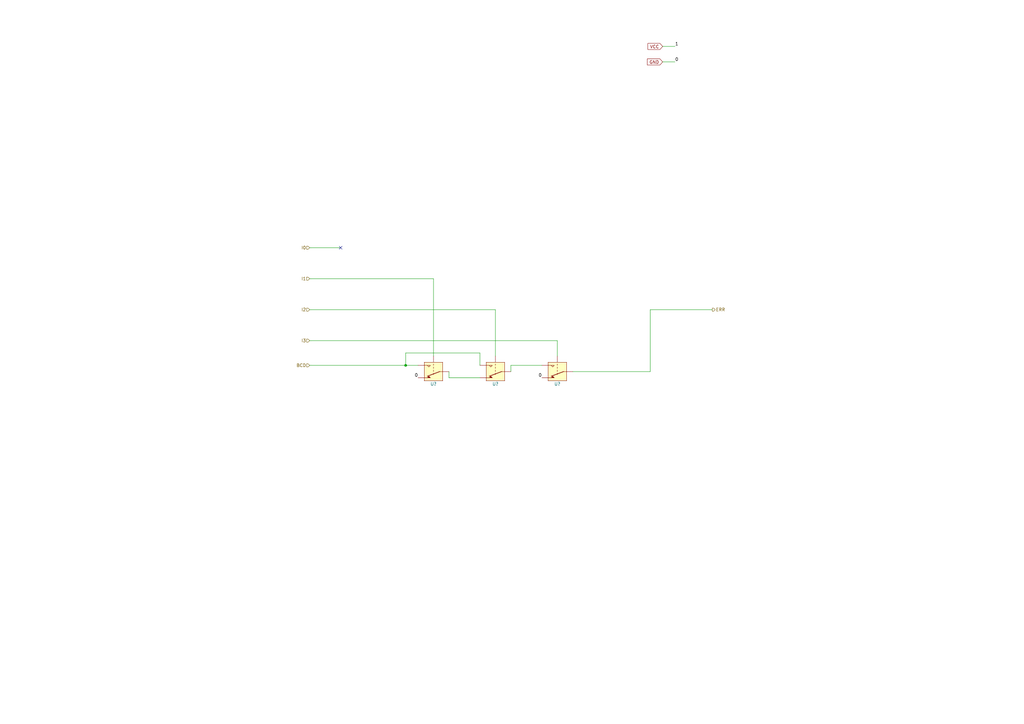
<source format=kicad_sch>
(kicad_sch (version 20230121) (generator eeschema)
  (paper "A3")
  (title_block (title "BCD Error Detection"))
  (lib_symbols
    (symbol "MevaLlibreria:1G3157" (pin_numbers hide)
      (property "Reference" "U" (at 0 -5.08 0))
      (symbol "1G3157_0_0"
        (polyline (pts (xy -3.81 2.54) (xy -1.27 2.54) (xy -1.905 1.905) (xy -2.54 2.54)))
      )
      (symbol "1G3157_0_1"
        (rectangle (start -3.81 3.81) (end 3.81 -3.81) (fill (type background)))
        (polyline (pts (xy 0 -0.635) (xy 0 -1.27)))
        (polyline (pts (xy 0 0.635) (xy 0 0)))
        (polyline (pts (xy 0 1.905) (xy 0 1.27)))
        (polyline (pts (xy 0 3.175) (xy 0 2.54)))
        (polyline (pts (xy 2.54 0) (xy -2.54 -1.905)) (stroke (width 0.254)))
        (polyline (pts (xy 3.81 0) (xy 2.54 0)))
        (polyline (pts (xy -3.81 -2.54) (xy -1.27 -2.54) (xy -1.905 -1.905) (xy -2.54 -2.54)) (fill (type outline)))
      )
      (symbol "1G3157_1_1"
        (pin input line (at -6.35 2.54 0) (length 2.54) (name "~") (number "1"))
        (pin power_in line (at 2.54 -2.54 270) (length 2.54) hide (name "GND") (number "2"))
        (pin input line (at -6.35 -2.54 0) (length 2.54) (name "~") (number "3"))
        (pin output line (at 6.35 0 180) (length 2.54) (name "~") (number "4"))
        (pin power_in line (at 2.54 2.54 90) (length 2.54) hide (name "VCC") (number "5"))
        (pin input line (at 0 6.35 270) (length 2.54) (name "~") (number "6"))
      )
    )
  )
  (junction (at 166.37 149.86))
  (no_connect (at 139.7 101.6))
  (wire (pts (xy 177.8 114.3) (xy 177.8 146.05)))
  (wire (pts (xy 127 114.3) (xy 177.8 114.3)))
  (wire (pts (xy 166.37 144.78) (xy 166.37 149.86)))
  (wire (pts (xy 196.85 144.78) (xy 166.37 144.78)))
  (wire (pts (xy 209.55 149.86) (xy 222.25 149.86)))
  (wire (pts (xy 184.15 152.4) (xy 184.15 154.94)))
  (wire (pts (xy 127 127) (xy 203.2 127)))
  (wire (pts (xy 228.6 139.7) (xy 228.6 146.05)))
  (wire (pts (xy 276.86 19.05) (xy 271.78 19.05)))
  (wire (pts (xy 127 139.7) (xy 228.6 139.7)))
  (wire (pts (xy 184.15 154.94) (xy 196.85 154.94)))
  (wire (pts (xy 234.95 152.4) (xy 266.7 152.4)))
  (wire (pts (xy 127 101.6) (xy 139.7 101.6)))
  (wire (pts (xy 127 149.86) (xy 166.37 149.86)))
  (wire (pts (xy 196.85 149.86) (xy 196.85 144.78)))
  (wire (pts (xy 209.55 152.4) (xy 209.55 149.86)))
  (wire (pts (xy 166.37 149.86) (xy 171.45 149.86)))
  (wire (pts (xy 203.2 127) (xy 203.2 146.05)))
  (wire (pts (xy 266.7 127) (xy 292.1 127)))
  (wire (pts (xy 276.86 25.4) (xy 271.78 25.4)))
  (wire (pts (xy 266.7 152.4) (xy 266.7 127)))
  (label "0" (at 222.25 154.94 180))
  (label "0" (at 171.45 154.94 180))
  (label "0" (at 276.86 25.4 0))
  (label "1" (at 276.86 19.05 0))
  (global_label "VCC" (shape input) (at 271.78 19.05 180) (property "Intersheetrefs" "${INTERSHEET_REFS}" (effects hide)))
  (global_label "GND" (shape input) (at 271.78 25.4 180) (property "Intersheetrefs" "${INTERSHEET_REFS}" (effects hide)))
  (hierarchical_label "ERR" (shape output) (at 292.1 127 0))
  (hierarchical_label "BCD" (shape input) (at 127 149.86 180))
  (hierarchical_label "I1" (shape input) (at 127 114.3 180))
  (hierarchical_label "I2" (shape input) (at 127 127 180))
  (hierarchical_label "I0" (shape input) (at 127 101.6 180))
  (hierarchical_label "I3" (shape input) (at 127 139.7 180))
  (symbol (lib_id "MevaLlibreria:1G3157") (at 177.8 152.4 0) (unit 1)
    (property "Reference" "U?" (at 177.8 157.48 0))
    (property "Value" "1G3157" (effects hide))
    (property "Footprint" "Package_TO_SOT_SMD:SOT-23-6" (effects hide))
    (property "Datasheet" "https://www.ti.com/lit/ds/symlink/sn74lvc1g3157.pdf" (effects hide))
    (property "Sim.Name" "74LVC1G3157" (effects hide))
    (property "Sim.Library" "../SpiceModelsGlobal/AnalogSPDT.txt" (effects hide))
    (property "Sim.Device" "SUBCKT" (effects hide))
    (property "Sim.Pins" "1=1 3=3 4=4 5=5 6=6" (effects hide))
    (property "Manufacturer" "Texas Instruments" (effects hide))
    (property "Part Number" "SN74LVC1G3157DBVR" (effects hide))
    (instances (project "MiniCalc_A" (path "" (reference "U?") (unit 1)) (path "" (reference "U?") (unit 1)) (path "" (reference "U?") (unit 1)) (path "" (reference "U?") (unit 1)) (path "" (reference "U?") (unit 1)) (path "" (reference "U22") (unit 1)) (path "" (reference "U25") (unit 1))) (project "MiniCalc_X" (path "" (reference "U?") (unit 1)) (path "" (reference "U?") (unit 1)) (path "" (reference "U?") (unit 1)) (path "" (reference "U?") (unit 1))))
  )
  (symbol (lib_id "MevaLlibreria:1G3157") (at 228.6 152.4 0) (unit 1)
    (property "Reference" "U?" (at 228.6 157.48 0))
    (property "Value" "1G3157" (effects hide))
    (property "Footprint" "Package_TO_SOT_SMD:SOT-23-6" (effects hide))
    (property "Datasheet" "https://www.ti.com/lit/ds/symlink/sn74lvc1g3157.pdf" (effects hide))
    (property "Sim.Name" "74LVC1G3157" (effects hide))
    (property "Sim.Library" "../SpiceModelsGlobal/AnalogSPDT.txt" (effects hide))
    (property "Sim.Device" "SUBCKT" (effects hide))
    (property "Sim.Pins" "1=1 3=3 4=4 5=5 6=6" (effects hide))
    (property "Manufacturer" "Texas Instruments" (effects hide))
    (property "Part Number" "SN74LVC1G3157DBVR" (effects hide))
    (instances (project "MiniCalc_A" (path "" (reference "U?") (unit 1)) (path "" (reference "U?") (unit 1)) (path "" (reference "U?") (unit 1)) (path "" (reference "U?") (unit 1)) (path "" (reference "U?") (unit 1)) (path "" (reference "U24") (unit 1)) (path "" (reference "U27") (unit 1))) (project "MiniCalc_X" (path "" (reference "U?") (unit 1)) (path "" (reference "U?") (unit 1)) (path "" (reference "U?") (unit 1)) (path "" (reference "U?") (unit 1))))
  )
  (symbol (lib_id "MevaLlibreria:1G3157") (at 203.2 152.4 0) (unit 1)
    (property "Reference" "U?" (at 203.2 157.48 0))
    (property "Value" "1G3157" (effects hide))
    (property "Footprint" "Package_TO_SOT_SMD:SOT-23-6" (effects hide))
    (property "Datasheet" "https://www.ti.com/lit/ds/symlink/sn74lvc1g3157.pdf" (effects hide))
    (property "Sim.Name" "74LVC1G3157" (effects hide))
    (property "Sim.Library" "../SpiceModelsGlobal/AnalogSPDT.txt" (effects hide))
    (property "Sim.Device" "SUBCKT" (effects hide))
    (property "Sim.Pins" "1=1 3=3 4=4 5=5 6=6" (effects hide))
    (property "Manufacturer" "Texas Instruments" (effects hide))
    (property "Part Number" "SN74LVC1G3157DBVR" (effects hide))
    (instances (project "MiniCalc_A" (path "" (reference "U?") (unit 1)) (path "" (reference "U?") (unit 1)) (path "" (reference "U?") (unit 1)) (path "" (reference "U?") (unit 1)) (path "" (reference "U?") (unit 1)) (path "" (reference "U23") (unit 1)) (path "" (reference "U26") (unit 1))) (project "MiniCalc_X" (path "" (reference "U?") (unit 1)) (path "" (reference "U?") (unit 1)) (path "" (reference "U?") (unit 1)) (path "" (reference "U?") (unit 1))))
  )
)
</source>
